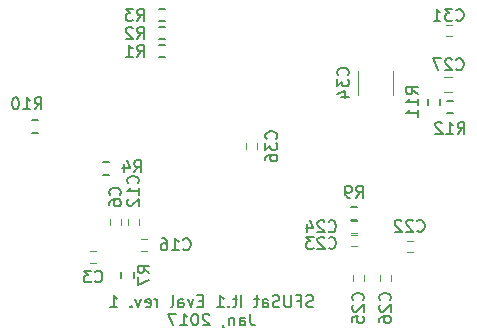
<source format=gbr>
G04 #@! TF.FileFunction,Legend,Bot*
%FSLAX46Y46*%
G04 Gerber Fmt 4.6, Leading zero omitted, Abs format (unit mm)*
G04 Created by KiCad (PCBNEW 4.0.1-stable) date 2/4/2017 12:52:28 PM*
%MOMM*%
G01*
G04 APERTURE LIST*
%ADD10C,0.100000*%
%ADD11C,0.150000*%
%ADD12C,0.120000*%
G04 APERTURE END LIST*
D10*
D11*
X135595239Y-112151762D02*
X135452382Y-112199381D01*
X135214286Y-112199381D01*
X135119048Y-112151762D01*
X135071429Y-112104143D01*
X135023810Y-112008905D01*
X135023810Y-111913667D01*
X135071429Y-111818429D01*
X135119048Y-111770810D01*
X135214286Y-111723190D01*
X135404763Y-111675571D01*
X135500001Y-111627952D01*
X135547620Y-111580333D01*
X135595239Y-111485095D01*
X135595239Y-111389857D01*
X135547620Y-111294619D01*
X135500001Y-111247000D01*
X135404763Y-111199381D01*
X135166667Y-111199381D01*
X135023810Y-111247000D01*
X134261905Y-111675571D02*
X134595239Y-111675571D01*
X134595239Y-112199381D02*
X134595239Y-111199381D01*
X134119048Y-111199381D01*
X133738096Y-111199381D02*
X133738096Y-112008905D01*
X133690477Y-112104143D01*
X133642858Y-112151762D01*
X133547620Y-112199381D01*
X133357143Y-112199381D01*
X133261905Y-112151762D01*
X133214286Y-112104143D01*
X133166667Y-112008905D01*
X133166667Y-111199381D01*
X132738096Y-112151762D02*
X132595239Y-112199381D01*
X132357143Y-112199381D01*
X132261905Y-112151762D01*
X132214286Y-112104143D01*
X132166667Y-112008905D01*
X132166667Y-111913667D01*
X132214286Y-111818429D01*
X132261905Y-111770810D01*
X132357143Y-111723190D01*
X132547620Y-111675571D01*
X132642858Y-111627952D01*
X132690477Y-111580333D01*
X132738096Y-111485095D01*
X132738096Y-111389857D01*
X132690477Y-111294619D01*
X132642858Y-111247000D01*
X132547620Y-111199381D01*
X132309524Y-111199381D01*
X132166667Y-111247000D01*
X131309524Y-112199381D02*
X131309524Y-111675571D01*
X131357143Y-111580333D01*
X131452381Y-111532714D01*
X131642858Y-111532714D01*
X131738096Y-111580333D01*
X131309524Y-112151762D02*
X131404762Y-112199381D01*
X131642858Y-112199381D01*
X131738096Y-112151762D01*
X131785715Y-112056524D01*
X131785715Y-111961286D01*
X131738096Y-111866048D01*
X131642858Y-111818429D01*
X131404762Y-111818429D01*
X131309524Y-111770810D01*
X130976191Y-111532714D02*
X130595239Y-111532714D01*
X130833334Y-111199381D02*
X130833334Y-112056524D01*
X130785715Y-112151762D01*
X130690477Y-112199381D01*
X130595239Y-112199381D01*
X129500000Y-112199381D02*
X129500000Y-111199381D01*
X129166667Y-111532714D02*
X128785715Y-111532714D01*
X129023810Y-111199381D02*
X129023810Y-112056524D01*
X128976191Y-112151762D01*
X128880953Y-112199381D01*
X128785715Y-112199381D01*
X128452381Y-112104143D02*
X128404762Y-112151762D01*
X128452381Y-112199381D01*
X128500000Y-112151762D01*
X128452381Y-112104143D01*
X128452381Y-112199381D01*
X127452381Y-112199381D02*
X128023810Y-112199381D01*
X127738096Y-112199381D02*
X127738096Y-111199381D01*
X127833334Y-111342238D01*
X127928572Y-111437476D01*
X128023810Y-111485095D01*
X126261905Y-111675571D02*
X125928571Y-111675571D01*
X125785714Y-112199381D02*
X126261905Y-112199381D01*
X126261905Y-111199381D01*
X125785714Y-111199381D01*
X125452381Y-111532714D02*
X125214286Y-112199381D01*
X124976190Y-111532714D01*
X124166666Y-112199381D02*
X124166666Y-111675571D01*
X124214285Y-111580333D01*
X124309523Y-111532714D01*
X124500000Y-111532714D01*
X124595238Y-111580333D01*
X124166666Y-112151762D02*
X124261904Y-112199381D01*
X124500000Y-112199381D01*
X124595238Y-112151762D01*
X124642857Y-112056524D01*
X124642857Y-111961286D01*
X124595238Y-111866048D01*
X124500000Y-111818429D01*
X124261904Y-111818429D01*
X124166666Y-111770810D01*
X123547619Y-112199381D02*
X123642857Y-112151762D01*
X123690476Y-112056524D01*
X123690476Y-111199381D01*
X122404761Y-112199381D02*
X122404761Y-111532714D01*
X122404761Y-111723190D02*
X122357142Y-111627952D01*
X122309523Y-111580333D01*
X122214285Y-111532714D01*
X122119046Y-111532714D01*
X121404760Y-112151762D02*
X121499998Y-112199381D01*
X121690475Y-112199381D01*
X121785713Y-112151762D01*
X121833332Y-112056524D01*
X121833332Y-111675571D01*
X121785713Y-111580333D01*
X121690475Y-111532714D01*
X121499998Y-111532714D01*
X121404760Y-111580333D01*
X121357141Y-111675571D01*
X121357141Y-111770810D01*
X121833332Y-111866048D01*
X121023808Y-111532714D02*
X120785713Y-112199381D01*
X120547617Y-111532714D01*
X120166665Y-112104143D02*
X120119046Y-112151762D01*
X120166665Y-112199381D01*
X120214284Y-112151762D01*
X120166665Y-112104143D01*
X120166665Y-112199381D01*
X118404760Y-112199381D02*
X118976189Y-112199381D01*
X118690475Y-112199381D02*
X118690475Y-111199381D01*
X118785713Y-111342238D01*
X118880951Y-111437476D01*
X118976189Y-111485095D01*
X130285714Y-112749381D02*
X130285714Y-113463667D01*
X130333334Y-113606524D01*
X130428572Y-113701762D01*
X130571429Y-113749381D01*
X130666667Y-113749381D01*
X129380952Y-113749381D02*
X129380952Y-113225571D01*
X129428571Y-113130333D01*
X129523809Y-113082714D01*
X129714286Y-113082714D01*
X129809524Y-113130333D01*
X129380952Y-113701762D02*
X129476190Y-113749381D01*
X129714286Y-113749381D01*
X129809524Y-113701762D01*
X129857143Y-113606524D01*
X129857143Y-113511286D01*
X129809524Y-113416048D01*
X129714286Y-113368429D01*
X129476190Y-113368429D01*
X129380952Y-113320810D01*
X128904762Y-113082714D02*
X128904762Y-113749381D01*
X128904762Y-113177952D02*
X128857143Y-113130333D01*
X128761905Y-113082714D01*
X128619047Y-113082714D01*
X128523809Y-113130333D01*
X128476190Y-113225571D01*
X128476190Y-113749381D01*
X127952381Y-113701762D02*
X127952381Y-113749381D01*
X128000000Y-113844619D01*
X128047619Y-113892238D01*
X126809524Y-112844619D02*
X126761905Y-112797000D01*
X126666667Y-112749381D01*
X126428571Y-112749381D01*
X126333333Y-112797000D01*
X126285714Y-112844619D01*
X126238095Y-112939857D01*
X126238095Y-113035095D01*
X126285714Y-113177952D01*
X126857143Y-113749381D01*
X126238095Y-113749381D01*
X125619048Y-112749381D02*
X125523809Y-112749381D01*
X125428571Y-112797000D01*
X125380952Y-112844619D01*
X125333333Y-112939857D01*
X125285714Y-113130333D01*
X125285714Y-113368429D01*
X125333333Y-113558905D01*
X125380952Y-113654143D01*
X125428571Y-113701762D01*
X125523809Y-113749381D01*
X125619048Y-113749381D01*
X125714286Y-113701762D01*
X125761905Y-113654143D01*
X125809524Y-113558905D01*
X125857143Y-113368429D01*
X125857143Y-113130333D01*
X125809524Y-112939857D01*
X125761905Y-112844619D01*
X125714286Y-112797000D01*
X125619048Y-112749381D01*
X124333333Y-113749381D02*
X124904762Y-113749381D01*
X124619048Y-113749381D02*
X124619048Y-112749381D01*
X124714286Y-112892238D01*
X124809524Y-112987476D01*
X124904762Y-113035095D01*
X124000000Y-112749381D02*
X123333333Y-112749381D01*
X123761905Y-113749381D01*
D12*
X139406100Y-94205300D02*
X139406100Y-92205300D01*
X142356100Y-92205300D02*
X142356100Y-94205300D01*
X146690600Y-93957700D02*
X147390600Y-93957700D01*
X147390600Y-92757700D02*
X146690600Y-92757700D01*
D11*
X117796500Y-99932000D02*
X118296500Y-99932000D01*
X118296500Y-100982000D02*
X117796500Y-100982000D01*
X120413000Y-109224000D02*
X120413000Y-109724000D01*
X119363000Y-109724000D02*
X119363000Y-109224000D01*
D12*
X120871000Y-104779000D02*
X120871000Y-105279000D01*
X119921000Y-105279000D02*
X119921000Y-104779000D01*
X119347000Y-104779000D02*
X119347000Y-105279000D01*
X118397000Y-105279000D02*
X118397000Y-104779000D01*
X117217000Y-108425000D02*
X116717000Y-108425000D01*
X116717000Y-107475000D02*
X117217000Y-107475000D01*
D11*
X147443000Y-95800400D02*
X146943000Y-95800400D01*
X146943000Y-94750400D02*
X147443000Y-94750400D01*
X145296400Y-95068200D02*
X145296400Y-94568200D01*
X146346400Y-94568200D02*
X146346400Y-95068200D01*
X111764000Y-96376000D02*
X112264000Y-96376000D01*
X112264000Y-97426000D02*
X111764000Y-97426000D01*
X122508200Y-86952600D02*
X123008200Y-86952600D01*
X123008200Y-88002600D02*
X122508200Y-88002600D01*
X122508200Y-88476600D02*
X123008200Y-88476600D01*
X123008200Y-89526600D02*
X122508200Y-89526600D01*
X122508200Y-90000600D02*
X123008200Y-90000600D01*
X123008200Y-91050600D02*
X122508200Y-91050600D01*
D12*
X130878600Y-98340100D02*
X130878600Y-98840100D01*
X129928600Y-98840100D02*
X129928600Y-98340100D01*
X147316000Y-89248000D02*
X146816000Y-89248000D01*
X146816000Y-88298000D02*
X147316000Y-88298000D01*
X142207000Y-109478000D02*
X142207000Y-109978000D01*
X141257000Y-109978000D02*
X141257000Y-109478000D01*
X139921000Y-109478000D02*
X139921000Y-109978000D01*
X138971000Y-109978000D02*
X138971000Y-109478000D01*
X139315000Y-105885000D02*
X138815000Y-105885000D01*
X138815000Y-104935000D02*
X139315000Y-104935000D01*
X139315000Y-107028000D02*
X138815000Y-107028000D01*
X138815000Y-106078000D02*
X139315000Y-106078000D01*
X143514000Y-106586000D02*
X144014000Y-106586000D01*
X144014000Y-107536000D02*
X143514000Y-107536000D01*
X121535000Y-107409000D02*
X121035000Y-107409000D01*
X121035000Y-106459000D02*
X121535000Y-106459000D01*
D11*
X138815000Y-103742000D02*
X139315000Y-103742000D01*
X139315000Y-104792000D02*
X138815000Y-104792000D01*
X138538243Y-92562443D02*
X138585862Y-92514824D01*
X138633481Y-92371967D01*
X138633481Y-92276729D01*
X138585862Y-92133871D01*
X138490624Y-92038633D01*
X138395386Y-91991014D01*
X138204910Y-91943395D01*
X138062052Y-91943395D01*
X137871576Y-91991014D01*
X137776338Y-92038633D01*
X137681100Y-92133871D01*
X137633481Y-92276729D01*
X137633481Y-92371967D01*
X137681100Y-92514824D01*
X137728719Y-92562443D01*
X137633481Y-92895776D02*
X137633481Y-93514824D01*
X138014433Y-93181490D01*
X138014433Y-93324348D01*
X138062052Y-93419586D01*
X138109671Y-93467205D01*
X138204910Y-93514824D01*
X138443005Y-93514824D01*
X138538243Y-93467205D01*
X138585862Y-93419586D01*
X138633481Y-93324348D01*
X138633481Y-93038633D01*
X138585862Y-92943395D01*
X138538243Y-92895776D01*
X137966814Y-94371967D02*
X138633481Y-94371967D01*
X137585862Y-94133871D02*
X138300148Y-93895776D01*
X138300148Y-94514824D01*
X147708857Y-92051143D02*
X147756476Y-92098762D01*
X147899333Y-92146381D01*
X147994571Y-92146381D01*
X148137429Y-92098762D01*
X148232667Y-92003524D01*
X148280286Y-91908286D01*
X148327905Y-91717810D01*
X148327905Y-91574952D01*
X148280286Y-91384476D01*
X148232667Y-91289238D01*
X148137429Y-91194000D01*
X147994571Y-91146381D01*
X147899333Y-91146381D01*
X147756476Y-91194000D01*
X147708857Y-91241619D01*
X147327905Y-91241619D02*
X147280286Y-91194000D01*
X147185048Y-91146381D01*
X146946952Y-91146381D01*
X146851714Y-91194000D01*
X146804095Y-91241619D01*
X146756476Y-91336857D01*
X146756476Y-91432095D01*
X146804095Y-91574952D01*
X147375524Y-92146381D01*
X146756476Y-92146381D01*
X146423143Y-91146381D02*
X145756476Y-91146381D01*
X146185048Y-92146381D01*
X120435666Y-100782381D02*
X120769000Y-100306190D01*
X121007095Y-100782381D02*
X121007095Y-99782381D01*
X120626142Y-99782381D01*
X120530904Y-99830000D01*
X120483285Y-99877619D01*
X120435666Y-99972857D01*
X120435666Y-100115714D01*
X120483285Y-100210952D01*
X120530904Y-100258571D01*
X120626142Y-100306190D01*
X121007095Y-100306190D01*
X119578523Y-100115714D02*
X119578523Y-100782381D01*
X119816619Y-99734762D02*
X120054714Y-100449048D01*
X119435666Y-100449048D01*
X121737381Y-109307334D02*
X121261190Y-108974000D01*
X121737381Y-108735905D02*
X120737381Y-108735905D01*
X120737381Y-109116858D01*
X120785000Y-109212096D01*
X120832619Y-109259715D01*
X120927857Y-109307334D01*
X121070714Y-109307334D01*
X121165952Y-109259715D01*
X121213571Y-109212096D01*
X121261190Y-109116858D01*
X121261190Y-108735905D01*
X120737381Y-109640667D02*
X120737381Y-110307334D01*
X121737381Y-109878762D01*
X120753143Y-101719143D02*
X120800762Y-101671524D01*
X120848381Y-101528667D01*
X120848381Y-101433429D01*
X120800762Y-101290571D01*
X120705524Y-101195333D01*
X120610286Y-101147714D01*
X120419810Y-101100095D01*
X120276952Y-101100095D01*
X120086476Y-101147714D01*
X119991238Y-101195333D01*
X119896000Y-101290571D01*
X119848381Y-101433429D01*
X119848381Y-101528667D01*
X119896000Y-101671524D01*
X119943619Y-101719143D01*
X120848381Y-102671524D02*
X120848381Y-102100095D01*
X120848381Y-102385809D02*
X119848381Y-102385809D01*
X119991238Y-102290571D01*
X120086476Y-102195333D01*
X120134095Y-102100095D01*
X119943619Y-103052476D02*
X119896000Y-103100095D01*
X119848381Y-103195333D01*
X119848381Y-103433429D01*
X119896000Y-103528667D01*
X119943619Y-103576286D01*
X120038857Y-103623905D01*
X120134095Y-103623905D01*
X120276952Y-103576286D01*
X120848381Y-103004857D01*
X120848381Y-103623905D01*
X119229143Y-102703334D02*
X119276762Y-102655715D01*
X119324381Y-102512858D01*
X119324381Y-102417620D01*
X119276762Y-102274762D01*
X119181524Y-102179524D01*
X119086286Y-102131905D01*
X118895810Y-102084286D01*
X118752952Y-102084286D01*
X118562476Y-102131905D01*
X118467238Y-102179524D01*
X118372000Y-102274762D01*
X118324381Y-102417620D01*
X118324381Y-102512858D01*
X118372000Y-102655715D01*
X118419619Y-102703334D01*
X118324381Y-103560477D02*
X118324381Y-103370000D01*
X118372000Y-103274762D01*
X118419619Y-103227143D01*
X118562476Y-103131905D01*
X118752952Y-103084286D01*
X119133905Y-103084286D01*
X119229143Y-103131905D01*
X119276762Y-103179524D01*
X119324381Y-103274762D01*
X119324381Y-103465239D01*
X119276762Y-103560477D01*
X119229143Y-103608096D01*
X119133905Y-103655715D01*
X118895810Y-103655715D01*
X118800571Y-103608096D01*
X118752952Y-103560477D01*
X118705333Y-103465239D01*
X118705333Y-103274762D01*
X118752952Y-103179524D01*
X118800571Y-103131905D01*
X118895810Y-103084286D01*
X117133666Y-110007143D02*
X117181285Y-110054762D01*
X117324142Y-110102381D01*
X117419380Y-110102381D01*
X117562238Y-110054762D01*
X117657476Y-109959524D01*
X117705095Y-109864286D01*
X117752714Y-109673810D01*
X117752714Y-109530952D01*
X117705095Y-109340476D01*
X117657476Y-109245238D01*
X117562238Y-109150000D01*
X117419380Y-109102381D01*
X117324142Y-109102381D01*
X117181285Y-109150000D01*
X117133666Y-109197619D01*
X116800333Y-109102381D02*
X116181285Y-109102381D01*
X116514619Y-109483333D01*
X116371761Y-109483333D01*
X116276523Y-109530952D01*
X116228904Y-109578571D01*
X116181285Y-109673810D01*
X116181285Y-109911905D01*
X116228904Y-110007143D01*
X116276523Y-110054762D01*
X116371761Y-110102381D01*
X116657476Y-110102381D01*
X116752714Y-110054762D01*
X116800333Y-110007143D01*
X147835857Y-97527781D02*
X148169191Y-97051590D01*
X148407286Y-97527781D02*
X148407286Y-96527781D01*
X148026333Y-96527781D01*
X147931095Y-96575400D01*
X147883476Y-96623019D01*
X147835857Y-96718257D01*
X147835857Y-96861114D01*
X147883476Y-96956352D01*
X147931095Y-97003971D01*
X148026333Y-97051590D01*
X148407286Y-97051590D01*
X146883476Y-97527781D02*
X147454905Y-97527781D01*
X147169191Y-97527781D02*
X147169191Y-96527781D01*
X147264429Y-96670638D01*
X147359667Y-96765876D01*
X147454905Y-96813495D01*
X146502524Y-96623019D02*
X146454905Y-96575400D01*
X146359667Y-96527781D01*
X146121571Y-96527781D01*
X146026333Y-96575400D01*
X145978714Y-96623019D01*
X145931095Y-96718257D01*
X145931095Y-96813495D01*
X145978714Y-96956352D01*
X146550143Y-97527781D01*
X145931095Y-97527781D01*
X144473781Y-94175343D02*
X143997590Y-93842009D01*
X144473781Y-93603914D02*
X143473781Y-93603914D01*
X143473781Y-93984867D01*
X143521400Y-94080105D01*
X143569019Y-94127724D01*
X143664257Y-94175343D01*
X143807114Y-94175343D01*
X143902352Y-94127724D01*
X143949971Y-94080105D01*
X143997590Y-93984867D01*
X143997590Y-93603914D01*
X144473781Y-95127724D02*
X144473781Y-94556295D01*
X144473781Y-94842009D02*
X143473781Y-94842009D01*
X143616638Y-94746771D01*
X143711876Y-94651533D01*
X143759495Y-94556295D01*
X144473781Y-96080105D02*
X144473781Y-95508676D01*
X144473781Y-95794390D02*
X143473781Y-95794390D01*
X143616638Y-95699152D01*
X143711876Y-95603914D01*
X143759495Y-95508676D01*
X112021857Y-95448381D02*
X112355191Y-94972190D01*
X112593286Y-95448381D02*
X112593286Y-94448381D01*
X112212333Y-94448381D01*
X112117095Y-94496000D01*
X112069476Y-94543619D01*
X112021857Y-94638857D01*
X112021857Y-94781714D01*
X112069476Y-94876952D01*
X112117095Y-94924571D01*
X112212333Y-94972190D01*
X112593286Y-94972190D01*
X111069476Y-95448381D02*
X111640905Y-95448381D01*
X111355191Y-95448381D02*
X111355191Y-94448381D01*
X111450429Y-94591238D01*
X111545667Y-94686476D01*
X111640905Y-94734095D01*
X110450429Y-94448381D02*
X110355190Y-94448381D01*
X110259952Y-94496000D01*
X110212333Y-94543619D01*
X110164714Y-94638857D01*
X110117095Y-94829333D01*
X110117095Y-95067429D01*
X110164714Y-95257905D01*
X110212333Y-95353143D01*
X110259952Y-95400762D01*
X110355190Y-95448381D01*
X110450429Y-95448381D01*
X110545667Y-95400762D01*
X110593286Y-95353143D01*
X110640905Y-95257905D01*
X110688524Y-95067429D01*
X110688524Y-94829333D01*
X110640905Y-94638857D01*
X110593286Y-94543619D01*
X110545667Y-94496000D01*
X110450429Y-94448381D01*
X120689666Y-87955381D02*
X121023000Y-87479190D01*
X121261095Y-87955381D02*
X121261095Y-86955381D01*
X120880142Y-86955381D01*
X120784904Y-87003000D01*
X120737285Y-87050619D01*
X120689666Y-87145857D01*
X120689666Y-87288714D01*
X120737285Y-87383952D01*
X120784904Y-87431571D01*
X120880142Y-87479190D01*
X121261095Y-87479190D01*
X120356333Y-86955381D02*
X119737285Y-86955381D01*
X120070619Y-87336333D01*
X119927761Y-87336333D01*
X119832523Y-87383952D01*
X119784904Y-87431571D01*
X119737285Y-87526810D01*
X119737285Y-87764905D01*
X119784904Y-87860143D01*
X119832523Y-87907762D01*
X119927761Y-87955381D01*
X120213476Y-87955381D01*
X120308714Y-87907762D01*
X120356333Y-87860143D01*
X120689666Y-89479381D02*
X121023000Y-89003190D01*
X121261095Y-89479381D02*
X121261095Y-88479381D01*
X120880142Y-88479381D01*
X120784904Y-88527000D01*
X120737285Y-88574619D01*
X120689666Y-88669857D01*
X120689666Y-88812714D01*
X120737285Y-88907952D01*
X120784904Y-88955571D01*
X120880142Y-89003190D01*
X121261095Y-89003190D01*
X120308714Y-88574619D02*
X120261095Y-88527000D01*
X120165857Y-88479381D01*
X119927761Y-88479381D01*
X119832523Y-88527000D01*
X119784904Y-88574619D01*
X119737285Y-88669857D01*
X119737285Y-88765095D01*
X119784904Y-88907952D01*
X120356333Y-89479381D01*
X119737285Y-89479381D01*
X120689666Y-91003381D02*
X121023000Y-90527190D01*
X121261095Y-91003381D02*
X121261095Y-90003381D01*
X120880142Y-90003381D01*
X120784904Y-90051000D01*
X120737285Y-90098619D01*
X120689666Y-90193857D01*
X120689666Y-90336714D01*
X120737285Y-90431952D01*
X120784904Y-90479571D01*
X120880142Y-90527190D01*
X121261095Y-90527190D01*
X119737285Y-91003381D02*
X120308714Y-91003381D01*
X120023000Y-91003381D02*
X120023000Y-90003381D01*
X120118238Y-90146238D01*
X120213476Y-90241476D01*
X120308714Y-90289095D01*
X132460743Y-97947243D02*
X132508362Y-97899624D01*
X132555981Y-97756767D01*
X132555981Y-97661529D01*
X132508362Y-97518671D01*
X132413124Y-97423433D01*
X132317886Y-97375814D01*
X132127410Y-97328195D01*
X131984552Y-97328195D01*
X131794076Y-97375814D01*
X131698838Y-97423433D01*
X131603600Y-97518671D01*
X131555981Y-97661529D01*
X131555981Y-97756767D01*
X131603600Y-97899624D01*
X131651219Y-97947243D01*
X131555981Y-98280576D02*
X131555981Y-98899624D01*
X131936933Y-98566290D01*
X131936933Y-98709148D01*
X131984552Y-98804386D01*
X132032171Y-98852005D01*
X132127410Y-98899624D01*
X132365505Y-98899624D01*
X132460743Y-98852005D01*
X132508362Y-98804386D01*
X132555981Y-98709148D01*
X132555981Y-98423433D01*
X132508362Y-98328195D01*
X132460743Y-98280576D01*
X131555981Y-99756767D02*
X131555981Y-99566290D01*
X131603600Y-99471052D01*
X131651219Y-99423433D01*
X131794076Y-99328195D01*
X131984552Y-99280576D01*
X132365505Y-99280576D01*
X132460743Y-99328195D01*
X132508362Y-99375814D01*
X132555981Y-99471052D01*
X132555981Y-99661529D01*
X132508362Y-99756767D01*
X132460743Y-99804386D01*
X132365505Y-99852005D01*
X132127410Y-99852005D01*
X132032171Y-99804386D01*
X131984552Y-99756767D01*
X131936933Y-99661529D01*
X131936933Y-99471052D01*
X131984552Y-99375814D01*
X132032171Y-99328195D01*
X132127410Y-99280576D01*
X147708857Y-87860143D02*
X147756476Y-87907762D01*
X147899333Y-87955381D01*
X147994571Y-87955381D01*
X148137429Y-87907762D01*
X148232667Y-87812524D01*
X148280286Y-87717286D01*
X148327905Y-87526810D01*
X148327905Y-87383952D01*
X148280286Y-87193476D01*
X148232667Y-87098238D01*
X148137429Y-87003000D01*
X147994571Y-86955381D01*
X147899333Y-86955381D01*
X147756476Y-87003000D01*
X147708857Y-87050619D01*
X147375524Y-86955381D02*
X146756476Y-86955381D01*
X147089810Y-87336333D01*
X146946952Y-87336333D01*
X146851714Y-87383952D01*
X146804095Y-87431571D01*
X146756476Y-87526810D01*
X146756476Y-87764905D01*
X146804095Y-87860143D01*
X146851714Y-87907762D01*
X146946952Y-87955381D01*
X147232667Y-87955381D01*
X147327905Y-87907762D01*
X147375524Y-87860143D01*
X145804095Y-87955381D02*
X146375524Y-87955381D01*
X146089810Y-87955381D02*
X146089810Y-86955381D01*
X146185048Y-87098238D01*
X146280286Y-87193476D01*
X146375524Y-87241095D01*
X142089143Y-111625143D02*
X142136762Y-111577524D01*
X142184381Y-111434667D01*
X142184381Y-111339429D01*
X142136762Y-111196571D01*
X142041524Y-111101333D01*
X141946286Y-111053714D01*
X141755810Y-111006095D01*
X141612952Y-111006095D01*
X141422476Y-111053714D01*
X141327238Y-111101333D01*
X141232000Y-111196571D01*
X141184381Y-111339429D01*
X141184381Y-111434667D01*
X141232000Y-111577524D01*
X141279619Y-111625143D01*
X141279619Y-112006095D02*
X141232000Y-112053714D01*
X141184381Y-112148952D01*
X141184381Y-112387048D01*
X141232000Y-112482286D01*
X141279619Y-112529905D01*
X141374857Y-112577524D01*
X141470095Y-112577524D01*
X141612952Y-112529905D01*
X142184381Y-111958476D01*
X142184381Y-112577524D01*
X141184381Y-113434667D02*
X141184381Y-113244190D01*
X141232000Y-113148952D01*
X141279619Y-113101333D01*
X141422476Y-113006095D01*
X141612952Y-112958476D01*
X141993905Y-112958476D01*
X142089143Y-113006095D01*
X142136762Y-113053714D01*
X142184381Y-113148952D01*
X142184381Y-113339429D01*
X142136762Y-113434667D01*
X142089143Y-113482286D01*
X141993905Y-113529905D01*
X141755810Y-113529905D01*
X141660571Y-113482286D01*
X141612952Y-113434667D01*
X141565333Y-113339429D01*
X141565333Y-113148952D01*
X141612952Y-113053714D01*
X141660571Y-113006095D01*
X141755810Y-112958476D01*
X139803143Y-111625143D02*
X139850762Y-111577524D01*
X139898381Y-111434667D01*
X139898381Y-111339429D01*
X139850762Y-111196571D01*
X139755524Y-111101333D01*
X139660286Y-111053714D01*
X139469810Y-111006095D01*
X139326952Y-111006095D01*
X139136476Y-111053714D01*
X139041238Y-111101333D01*
X138946000Y-111196571D01*
X138898381Y-111339429D01*
X138898381Y-111434667D01*
X138946000Y-111577524D01*
X138993619Y-111625143D01*
X138993619Y-112006095D02*
X138946000Y-112053714D01*
X138898381Y-112148952D01*
X138898381Y-112387048D01*
X138946000Y-112482286D01*
X138993619Y-112529905D01*
X139088857Y-112577524D01*
X139184095Y-112577524D01*
X139326952Y-112529905D01*
X139898381Y-111958476D01*
X139898381Y-112577524D01*
X138898381Y-113482286D02*
X138898381Y-113006095D01*
X139374571Y-112958476D01*
X139326952Y-113006095D01*
X139279333Y-113101333D01*
X139279333Y-113339429D01*
X139326952Y-113434667D01*
X139374571Y-113482286D01*
X139469810Y-113529905D01*
X139707905Y-113529905D01*
X139803143Y-113482286D01*
X139850762Y-113434667D01*
X139898381Y-113339429D01*
X139898381Y-113101333D01*
X139850762Y-113006095D01*
X139803143Y-112958476D01*
X136913857Y-105767143D02*
X136961476Y-105814762D01*
X137104333Y-105862381D01*
X137199571Y-105862381D01*
X137342429Y-105814762D01*
X137437667Y-105719524D01*
X137485286Y-105624286D01*
X137532905Y-105433810D01*
X137532905Y-105290952D01*
X137485286Y-105100476D01*
X137437667Y-105005238D01*
X137342429Y-104910000D01*
X137199571Y-104862381D01*
X137104333Y-104862381D01*
X136961476Y-104910000D01*
X136913857Y-104957619D01*
X136532905Y-104957619D02*
X136485286Y-104910000D01*
X136390048Y-104862381D01*
X136151952Y-104862381D01*
X136056714Y-104910000D01*
X136009095Y-104957619D01*
X135961476Y-105052857D01*
X135961476Y-105148095D01*
X136009095Y-105290952D01*
X136580524Y-105862381D01*
X135961476Y-105862381D01*
X135104333Y-105195714D02*
X135104333Y-105862381D01*
X135342429Y-104814762D02*
X135580524Y-105529048D01*
X134961476Y-105529048D01*
X136913857Y-107164143D02*
X136961476Y-107211762D01*
X137104333Y-107259381D01*
X137199571Y-107259381D01*
X137342429Y-107211762D01*
X137437667Y-107116524D01*
X137485286Y-107021286D01*
X137532905Y-106830810D01*
X137532905Y-106687952D01*
X137485286Y-106497476D01*
X137437667Y-106402238D01*
X137342429Y-106307000D01*
X137199571Y-106259381D01*
X137104333Y-106259381D01*
X136961476Y-106307000D01*
X136913857Y-106354619D01*
X136532905Y-106354619D02*
X136485286Y-106307000D01*
X136390048Y-106259381D01*
X136151952Y-106259381D01*
X136056714Y-106307000D01*
X136009095Y-106354619D01*
X135961476Y-106449857D01*
X135961476Y-106545095D01*
X136009095Y-106687952D01*
X136580524Y-107259381D01*
X135961476Y-107259381D01*
X135628143Y-106259381D02*
X135009095Y-106259381D01*
X135342429Y-106640333D01*
X135199571Y-106640333D01*
X135104333Y-106687952D01*
X135056714Y-106735571D01*
X135009095Y-106830810D01*
X135009095Y-107068905D01*
X135056714Y-107164143D01*
X135104333Y-107211762D01*
X135199571Y-107259381D01*
X135485286Y-107259381D01*
X135580524Y-107211762D01*
X135628143Y-107164143D01*
X144406857Y-105718143D02*
X144454476Y-105765762D01*
X144597333Y-105813381D01*
X144692571Y-105813381D01*
X144835429Y-105765762D01*
X144930667Y-105670524D01*
X144978286Y-105575286D01*
X145025905Y-105384810D01*
X145025905Y-105241952D01*
X144978286Y-105051476D01*
X144930667Y-104956238D01*
X144835429Y-104861000D01*
X144692571Y-104813381D01*
X144597333Y-104813381D01*
X144454476Y-104861000D01*
X144406857Y-104908619D01*
X144025905Y-104908619D02*
X143978286Y-104861000D01*
X143883048Y-104813381D01*
X143644952Y-104813381D01*
X143549714Y-104861000D01*
X143502095Y-104908619D01*
X143454476Y-105003857D01*
X143454476Y-105099095D01*
X143502095Y-105241952D01*
X144073524Y-105813381D01*
X143454476Y-105813381D01*
X143073524Y-104908619D02*
X143025905Y-104861000D01*
X142930667Y-104813381D01*
X142692571Y-104813381D01*
X142597333Y-104861000D01*
X142549714Y-104908619D01*
X142502095Y-105003857D01*
X142502095Y-105099095D01*
X142549714Y-105241952D01*
X143121143Y-105813381D01*
X142502095Y-105813381D01*
X124594857Y-107291143D02*
X124642476Y-107338762D01*
X124785333Y-107386381D01*
X124880571Y-107386381D01*
X125023429Y-107338762D01*
X125118667Y-107243524D01*
X125166286Y-107148286D01*
X125213905Y-106957810D01*
X125213905Y-106814952D01*
X125166286Y-106624476D01*
X125118667Y-106529238D01*
X125023429Y-106434000D01*
X124880571Y-106386381D01*
X124785333Y-106386381D01*
X124642476Y-106434000D01*
X124594857Y-106481619D01*
X123642476Y-107386381D02*
X124213905Y-107386381D01*
X123928191Y-107386381D02*
X123928191Y-106386381D01*
X124023429Y-106529238D01*
X124118667Y-106624476D01*
X124213905Y-106672095D01*
X122785333Y-106386381D02*
X122975810Y-106386381D01*
X123071048Y-106434000D01*
X123118667Y-106481619D01*
X123213905Y-106624476D01*
X123261524Y-106814952D01*
X123261524Y-107195905D01*
X123213905Y-107291143D01*
X123166286Y-107338762D01*
X123071048Y-107386381D01*
X122880571Y-107386381D01*
X122785333Y-107338762D01*
X122737714Y-107291143D01*
X122690095Y-107195905D01*
X122690095Y-106957810D01*
X122737714Y-106862571D01*
X122785333Y-106814952D01*
X122880571Y-106767333D01*
X123071048Y-106767333D01*
X123166286Y-106814952D01*
X123213905Y-106862571D01*
X123261524Y-106957810D01*
X139231666Y-102919381D02*
X139565000Y-102443190D01*
X139803095Y-102919381D02*
X139803095Y-101919381D01*
X139422142Y-101919381D01*
X139326904Y-101967000D01*
X139279285Y-102014619D01*
X139231666Y-102109857D01*
X139231666Y-102252714D01*
X139279285Y-102347952D01*
X139326904Y-102395571D01*
X139422142Y-102443190D01*
X139803095Y-102443190D01*
X138755476Y-102919381D02*
X138565000Y-102919381D01*
X138469761Y-102871762D01*
X138422142Y-102824143D01*
X138326904Y-102681286D01*
X138279285Y-102490810D01*
X138279285Y-102109857D01*
X138326904Y-102014619D01*
X138374523Y-101967000D01*
X138469761Y-101919381D01*
X138660238Y-101919381D01*
X138755476Y-101967000D01*
X138803095Y-102014619D01*
X138850714Y-102109857D01*
X138850714Y-102347952D01*
X138803095Y-102443190D01*
X138755476Y-102490810D01*
X138660238Y-102538429D01*
X138469761Y-102538429D01*
X138374523Y-102490810D01*
X138326904Y-102443190D01*
X138279285Y-102347952D01*
M02*

</source>
